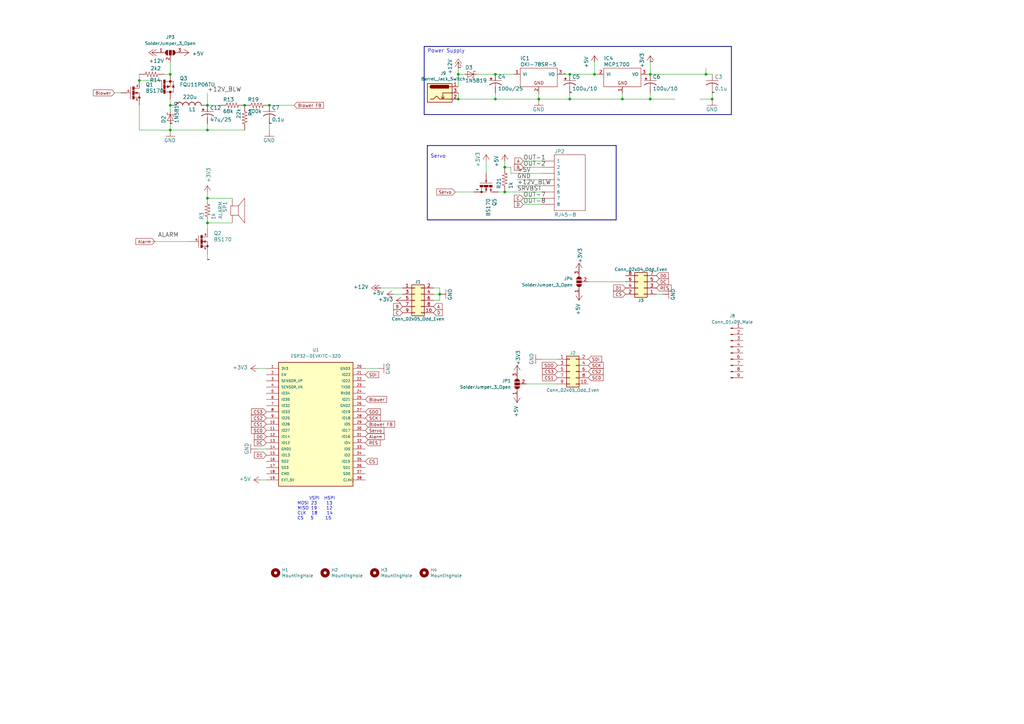
<source format=kicad_sch>
(kicad_sch (version 20211123) (generator eeschema)
  (paper "A3")
  (lib_symbols
    (symbol "Connector:Barrel_Jack_Switch" (pin_names hide)
      (property "Reference" "J" (at 0 5.334 0))
      (property "Value" "Barrel_Jack_Switch" (at 0 -5.08 0))
      (symbol "Barrel_Jack_Switch_0_1"
        (rectangle (start -5.08 3.81) (end 5.08 -3.81) (stroke (width 0.254)) (fill (type background)))
        (arc (start -3.302 3.175) (mid -3.937 2.54) (end -3.302 1.905) (stroke (width 0.254)))
        (arc (start -3.302 3.175) (mid -3.937 2.54) (end -3.302 1.905) (stroke (width 0.254)) (fill (type outline)))
        (polyline (pts (xy 1.27 -2.286) (xy 1.905 -1.651)) (stroke (width 0.254)))
        (polyline (pts (xy 5.08 2.54) (xy 3.81 2.54)) (stroke (width 0.254)))
        (polyline (pts (xy 5.08 0) (xy 1.27 0) (xy 1.27 -2.286) (xy 0.635 -1.651)) (stroke (width 0.254)))
        (polyline (pts (xy -3.81 -2.54) (xy -2.54 -2.54) (xy -1.27 -1.27) (xy 0 -2.54) (xy 2.54 -2.54) (xy 5.08 -2.54)) (stroke (width 0.254)))
        (rectangle (start 3.683 3.175) (end -3.302 1.905) (stroke (width 0.254)) (fill (type outline)))
      )
      (symbol "Barrel_Jack_Switch_1_1"
        (pin passive line (at 7.62 2.54 180) (length 2.54) (name "~") (number "1"))
        (pin passive line (at 7.62 -2.54 180) (length 2.54) (name "~") (number "2"))
        (pin passive line (at 7.62 0 180) (length 2.54) (name "~") (number "3"))
      )
    )
    (symbol "Connector:Conn_01x09_Male" (pin_names (offset 1.016) hide)
      (property "Reference" "J" (at 0 12.7 0))
      (property "Value" "Conn_01x09_Male" (at 0 -12.7 0))
      (symbol "Conn_01x09_Male_1_1"
        (polyline (pts (xy 1.27 -10.16) (xy 0.8636 -10.16)) (stroke (width 0.1524)))
        (polyline (pts (xy 1.27 -7.62) (xy 0.8636 -7.62)) (stroke (width 0.1524)))
        (polyline (pts (xy 1.27 -5.08) (xy 0.8636 -5.08)) (stroke (width 0.1524)))
        (polyline (pts (xy 1.27 -2.54) (xy 0.8636 -2.54)) (stroke (width 0.1524)))
        (polyline (pts (xy 1.27 0) (xy 0.8636 0)) (stroke (width 0.1524)))
        (polyline (pts (xy 1.27 2.54) (xy 0.8636 2.54)) (stroke (width 0.1524)))
        (polyline (pts (xy 1.27 5.08) (xy 0.8636 5.08)) (stroke (width 0.1524)))
        (polyline (pts (xy 1.27 7.62) (xy 0.8636 7.62)) (stroke (width 0.1524)))
        (polyline (pts (xy 1.27 10.16) (xy 0.8636 10.16)) (stroke (width 0.1524)))
        (rectangle (start 0.8636 -10.033) (end 0 -10.287) (stroke (width 0.1524)) (fill (type outline)))
        (rectangle (start 0.8636 -7.493) (end 0 -7.747) (stroke (width 0.1524)) (fill (type outline)))
        (rectangle (start 0.8636 -4.953) (end 0 -5.207) (stroke (width 0.1524)) (fill (type outline)))
        (rectangle (start 0.8636 -2.413) (end 0 -2.667) (stroke (width 0.1524)) (fill (type outline)))
        (rectangle (start 0.8636 0.127) (end 0 -0.127) (stroke (width 0.1524)) (fill (type outline)))
        (rectangle (start 0.8636 2.667) (end 0 2.413) (stroke (width 0.1524)) (fill (type outline)))
        (rectangle (start 0.8636 5.207) (end 0 4.953) (stroke (width 0.1524)) (fill (type outline)))
        (rectangle (start 0.8636 7.747) (end 0 7.493) (stroke (width 0.1524)) (fill (type outline)))
        (rectangle (start 0.8636 10.287) (end 0 10.033) (stroke (width 0.1524)) (fill (type outline)))
        (pin passive line (at 5.08 10.16 180) (length 3.81) (name "Pin_1") (number "1"))
        (pin passive line (at 5.08 7.62 180) (length 3.81) (name "Pin_2") (number "2"))
        (pin passive line (at 5.08 5.08 180) (length 3.81) (name "Pin_3") (number "3"))
        (pin passive line (at 5.08 2.54 180) (length 3.81) (name "Pin_4") (number "4"))
        (pin passive line (at 5.08 0 180) (length 3.81) (name "Pin_5") (number "5"))
        (pin passive line (at 5.08 -2.54 180) (length 3.81) (name "Pin_6") (number "6"))
        (pin passive line (at 5.08 -5.08 180) (length 3.81) (name "Pin_7") (number "7"))
        (pin passive line (at 5.08 -7.62 180) (length 3.81) (name "Pin_8") (number "8"))
        (pin passive line (at 5.08 -10.16 180) (length 3.81) (name "Pin_9") (number "9"))
      )
    )
    (symbol "Connector_Generic:Conn_02x04_Odd_Even" (pin_names (offset 1.016) hide)
      (property "Reference" "J" (at 1.27 5.08 0))
      (property "Value" "Conn_02x04_Odd_Even" (at 1.27 -7.62 0))
      (symbol "Conn_02x04_Odd_Even_1_1"
        (rectangle (start -1.27 -4.953) (end 0 -5.207) (stroke (width 0.1524)))
        (rectangle (start -1.27 -2.413) (end 0 -2.667) (stroke (width 0.1524)))
        (rectangle (start -1.27 0.127) (end 0 -0.127) (stroke (width 0.1524)))
        (rectangle (start -1.27 2.667) (end 0 2.413) (stroke (width 0.1524)))
        (rectangle (start -1.27 3.81) (end 3.81 -6.35) (stroke (width 0.254)) (fill (type background)))
        (rectangle (start 3.81 -4.953) (end 2.54 -5.207) (stroke (width 0.1524)))
        (rectangle (start 3.81 -2.413) (end 2.54 -2.667) (stroke (width 0.1524)))
        (rectangle (start 3.81 0.127) (end 2.54 -0.127) (stroke (width 0.1524)))
        (rectangle (start 3.81 2.667) (end 2.54 2.413) (stroke (width 0.1524)))
        (pin passive line (at -5.08 2.54 0) (length 3.81) (name "Pin_1") (number "1"))
        (pin passive line (at 7.62 2.54 180) (length 3.81) (name "Pin_2") (number "2"))
        (pin passive line (at -5.08 0 0) (length 3.81) (name "Pin_3") (number "3"))
        (pin passive line (at 7.62 0 180) (length 3.81) (name "Pin_4") (number "4"))
        (pin passive line (at -5.08 -2.54 0) (length 3.81) (name "Pin_5") (number "5"))
        (pin passive line (at 7.62 -2.54 180) (length 3.81) (name "Pin_6") (number "6"))
        (pin passive line (at -5.08 -5.08 0) (length 3.81) (name "Pin_7") (number "7"))
        (pin passive line (at 7.62 -5.08 180) (length 3.81) (name "Pin_8") (number "8"))
      )
    )
    (symbol "Connector_Generic:Conn_02x05_Odd_Even" (pin_names (offset 1.016) hide)
      (property "Reference" "J" (at 1.27 7.62 0))
      (property "Value" "Conn_02x05_Odd_Even" (at 1.27 -7.62 0))
      (symbol "Conn_02x05_Odd_Even_1_1"
        (rectangle (start -1.27 -4.953) (end 0 -5.207) (stroke (width 0.1524)))
        (rectangle (start -1.27 -2.413) (end 0 -2.667) (stroke (width 0.1524)))
        (rectangle (start -1.27 0.127) (end 0 -0.127) (stroke (width 0.1524)))
        (rectangle (start -1.27 2.667) (end 0 2.413) (stroke (width 0.1524)))
        (rectangle (start -1.27 5.207) (end 0 4.953) (stroke (width 0.1524)))
        (rectangle (start -1.27 6.35) (end 3.81 -6.35) (stroke (width 0.254)) (fill (type background)))
        (rectangle (start 3.81 -4.953) (end 2.54 -5.207) (stroke (width 0.1524)))
        (rectangle (start 3.81 -2.413) (end 2.54 -2.667) (stroke (width 0.1524)))
        (rectangle (start 3.81 0.127) (end 2.54 -0.127) (stroke (width 0.1524)))
        (rectangle (start 3.81 2.667) (end 2.54 2.413) (stroke (width 0.1524)))
        (rectangle (start 3.81 5.207) (end 2.54 4.953) (stroke (width 0.1524)))
        (pin passive line (at -5.08 5.08 0) (length 3.81) (name "Pin_1") (number "1"))
        (pin passive line (at 7.62 -5.08 180) (length 3.81) (name "Pin_10") (number "10"))
        (pin passive line (at 7.62 5.08 180) (length 3.81) (name "Pin_2") (number "2"))
        (pin passive line (at -5.08 2.54 0) (length 3.81) (name "Pin_3") (number "3"))
        (pin passive line (at 7.62 2.54 180) (length 3.81) (name "Pin_4") (number "4"))
        (pin passive line (at -5.08 0 0) (length 3.81) (name "Pin_5") (number "5"))
        (pin passive line (at 7.62 0 180) (length 3.81) (name "Pin_6") (number "6"))
        (pin passive line (at -5.08 -2.54 0) (length 3.81) (name "Pin_7") (number "7"))
        (pin passive line (at 7.62 -2.54 180) (length 3.81) (name "Pin_8") (number "8"))
        (pin passive line (at -5.08 -5.08 0) (length 3.81) (name "Pin_9") (number "9"))
      )
    )
    (symbol "ESP32-DEVKITC-32D:ESP32-DEVKITC-32D" (pin_names (offset 1.016))
      (property "Reference" "U" (at -15.2654 26.0604 0))
      (property "Value" "ESP32-DEVKITC-32D" (at -15.2654 -27.9654 0))
      (symbol "ESP32-DEVKITC-32D_0_0"
        (rectangle (start -15.24 -25.4) (end 15.24 25.4) (stroke (width 0.254)) (fill (type background)))
        (pin power_in line (at -20.32 22.86 0) (length 5.08) (name "3V3") (number "1"))
        (pin bidirectional line (at -20.32 0 0) (length 5.08) (name "IO26") (number "10"))
        (pin bidirectional line (at -20.32 -2.54 0) (length 5.08) (name "IO27") (number "11"))
        (pin bidirectional line (at -20.32 -5.08 0) (length 5.08) (name "IO14") (number "12"))
        (pin bidirectional line (at -20.32 -7.62 0) (length 5.08) (name "IO12") (number "13"))
        (pin power_in line (at -20.32 -10.16 0) (length 5.08) (name "GND1") (number "14"))
        (pin bidirectional line (at -20.32 -12.7 0) (length 5.08) (name "IO13") (number "15"))
        (pin bidirectional line (at -20.32 -15.24 0) (length 5.08) (name "SD2") (number "16"))
        (pin bidirectional line (at -20.32 -17.78 0) (length 5.08) (name "SD3") (number "17"))
        (pin bidirectional line (at -20.32 -20.32 0) (length 5.08) (name "CMD") (number "18"))
        (pin power_in line (at -20.32 -22.86 0) (length 5.08) (name "EXT_5V") (number "19"))
        (pin input line (at -20.32 20.32 0) (length 5.08) (name "EN") (number "2"))
        (pin power_in line (at 20.32 22.86 180) (length 5.08) (name "GND3") (number "20"))
        (pin bidirectional line (at 20.32 20.32 180) (length 5.08) (name "IO23") (number "21"))
        (pin bidirectional line (at 20.32 17.78 180) (length 5.08) (name "IO22") (number "22"))
        (pin output line (at 20.32 15.24 180) (length 5.08) (name "TXD0") (number "23"))
        (pin input line (at 20.32 12.7 180) (length 5.08) (name "RXD0") (number "24"))
        (pin bidirectional line (at 20.32 10.16 180) (length 5.08) (name "IO21") (number "25"))
        (pin power_in line (at 20.32 7.62 180) (length 5.08) (name "GND2") (number "26"))
        (pin bidirectional line (at 20.32 5.08 180) (length 5.08) (name "IO19") (number "27"))
        (pin bidirectional line (at 20.32 2.54 180) (length 5.08) (name "IO18") (number "28"))
        (pin bidirectional line (at 20.32 0 180) (length 5.08) (name "IO5") (number "29"))
        (pin input line (at -20.32 17.78 0) (length 5.08) (name "SENSOR_VP") (number "3"))
        (pin bidirectional line (at 20.32 -2.54 180) (length 5.08) (name "IO17") (number "30"))
        (pin bidirectional line (at 20.32 -5.08 180) (length 5.08) (name "IO16") (number "31"))
        (pin bidirectional line (at 20.32 -7.62 180) (length 5.08) (name "IO4") (number "32"))
        (pin bidirectional line (at 20.32 -10.16 180) (length 5.08) (name "IO0") (number "33"))
        (pin bidirectional line (at 20.32 -12.7 180) (length 5.08) (name "IO2") (number "34"))
        (pin bidirectional line (at 20.32 -15.24 180) (length 5.08) (name "IO15") (number "35"))
        (pin bidirectional line (at 20.32 -17.78 180) (length 5.08) (name "SD1") (number "36"))
        (pin bidirectional line (at 20.32 -20.32 180) (length 5.08) (name "SD0") (number "37"))
        (pin input clock (at 20.32 -22.86 180) (length 5.08) (name "CLK") (number "38"))
        (pin input line (at -20.32 15.24 0) (length 5.08) (name "SENSOR_VN") (number "4"))
        (pin bidirectional line (at -20.32 12.7 0) (length 5.08) (name "IO34") (number "5"))
        (pin bidirectional line (at -20.32 10.16 0) (length 5.08) (name "IO35") (number "6"))
        (pin bidirectional line (at -20.32 7.62 0) (length 5.08) (name "IO32") (number "7"))
        (pin bidirectional line (at -20.32 5.08 0) (length 5.08) (name "IO33") (number "8"))
        (pin bidirectional line (at -20.32 2.54 0) (length 5.08) (name "IO25") (number "9"))
      )
    )
    (symbol "HeaterMeterPI-eagle-import:+12V" (power) (pin_names (offset 1.016))
      (property "Value" "+12V" (at -2.54 -5.08 90))
      (symbol "+12V_1_0"
        (polyline (pts (xy 0 0) (xy -1.27 -1.905)))
        (polyline (pts (xy 0 1.27) (xy -1.27 -0.635)))
        (polyline (pts (xy 1.27 -1.905) (xy 0 0)))
        (polyline (pts (xy 1.27 -0.635) (xy 0 1.27)))
        (pin power_in line (at 0 -2.54 90) (length 2.54) (name "+12V") (number "1"))
      )
    )
    (symbol "HeaterMeterPI-eagle-import:+3V3" (power) (pin_names (offset 1.016))
      (property "Value" "+3V3" (at -2.54 -5.08 90))
      (symbol "+3V3_1_0"
        (polyline (pts (xy 0 0) (xy -1.27 -1.905)))
        (polyline (pts (xy 1.27 -1.905) (xy 0 0)))
        (pin power_in line (at 0 -2.54 90) (length 2.54) (name "+3V3") (number "1"))
      )
    )
    (symbol "HeaterMeterPI-eagle-import:+5V" (power) (pin_names (offset 1.016))
      (property "Value" "+5V" (at -2.54 -5.08 90))
      (symbol "+5V_1_0"
        (polyline (pts (xy 0 0) (xy -1.27 -1.905)))
        (polyline (pts (xy 1.27 -1.905) (xy 0 0)))
        (pin power_in line (at 0 -2.54 90) (length 2.54) (name "+5V") (number "1"))
      )
    )
    (symbol "HeaterMeterPI-eagle-import:1N5819" (pin_names (offset 1.016))
      (property "Value" "1N5819" (at -2.286 -3.429 0))
      (symbol "1N5819_1_0"
        (polyline (pts (xy -1.27 -1.27) (xy 1.27 0)))
        (polyline (pts (xy -1.27 1.27) (xy -1.27 -1.27)))
        (polyline (pts (xy 0.635 -1.016) (xy 0.635 -1.27)))
        (polyline (pts (xy 1.27 -1.27) (xy 0.635 -1.27)))
        (polyline (pts (xy 1.27 0) (xy -1.27 1.27)))
        (polyline (pts (xy 1.27 0) (xy 1.27 -1.27)))
        (polyline (pts (xy 1.27 1.27) (xy 1.27 0)))
        (polyline (pts (xy 1.905 1.27) (xy 1.27 1.27)))
        (polyline (pts (xy 1.905 1.27) (xy 1.905 1.016)))
        (pin passive line (at -2.54 0 0) (length 2.54) (name "A") (number "A"))
        (pin passive line (at 2.54 0 180) (length 2.54) (name "C") (number "C"))
      )
    )
    (symbol "HeaterMeterPI-eagle-import:BS170" (pin_names (offset 1.016))
      (property "Reference" "Q" (at 5.08 2.54 0))
      (property "Value" "BS170" (at 5.08 0 0))
      (symbol "BS170_1_0"
        (rectangle (start -0.254 -2.54) (end 0.508 -1.27) (fill (type outline)))
        (rectangle (start -0.254 -0.889) (end 0.508 0.889) (fill (type outline)))
        (rectangle (start -0.254 1.27) (end 0.508 2.54) (fill (type outline)))
        (polyline (pts (xy -1.1176 0) (xy -2.54 0)))
        (polyline (pts (xy -1.1176 0) (xy -1.1176 -2.54)))
        (polyline (pts (xy -1.1176 2.413) (xy -1.1176 0)))
        (polyline (pts (xy 0.508 -1.905) (xy 2.54 -1.905)))
        (polyline (pts (xy 0.508 0) (xy 1.143 0)))
        (polyline (pts (xy 0.508 0) (xy 1.778 0.381)))
        (polyline (pts (xy 1.143 0) (xy 1.651 -0.127)))
        (polyline (pts (xy 1.143 0) (xy 2.54 0)))
        (polyline (pts (xy 1.651 0.127) (xy 1.143 0)))
        (polyline (pts (xy 1.778 -0.381) (xy 0.508 0)))
        (polyline (pts (xy 1.778 0.381) (xy 1.778 -0.381)))
        (polyline (pts (xy 2.54 -1.905) (xy 2.54 -2.54)))
        (polyline (pts (xy 2.54 0) (xy 2.54 -1.905)))
        (polyline (pts (xy 2.54 1.905) (xy 0.5334 1.905)))
        (polyline (pts (xy 2.54 2.54) (xy 2.54 1.905)))
        (circle (center 2.54 -1.905) (radius 0.254) (stroke (width 0.4064)))
        (text "D" (at 1.27 2.413 0) (effects (font (size 0.6858 0.6858)) (justify left bottom)))
        (text "G" (at -2.413 0.381 0) (effects (font (size 0.6858 0.6858)) (justify left bottom)))
        (text "S" (at 1.143 -3.175 0) (effects (font (size 0.6858 0.6858)) (justify left bottom)))
        (pin passive line (at 2.54 5.08 270) (length 2.54) (name "D") (number "D"))
        (pin passive line (at -5.08 0 0) (length 2.54) (name "G") (number "G"))
        (pin passive line (at 2.54 -5.08 90) (length 2.54) (name "S") (number "S"))
      )
    )
    (symbol "HeaterMeterPI-eagle-import:C-US025-025X050" (pin_names (offset 1.016))
      (property "Reference" "C" (at 1.016 0.635 0))
      (property "Value" "C-US025-025X050" (at 1.016 -4.191 0))
      (symbol "C-US025-025X050_1_0"
        (arc (start 0 -1.016) (mid -1.2956 -1.2294) (end -2.4638 -1.8288) (stroke (width 0.254)))
        (polyline (pts (xy -2.54 0) (xy 2.54 0)))
        (polyline (pts (xy 0 -1.016) (xy 0 -2.54)))
        (arc (start 2.4892 -1.8542) (mid 1.3164 -1.2156) (end 0 -0.9906) (stroke (width 0.254)))
        (pin passive line (at 0 2.54 270) (length 2.54) (name "1") (number "1"))
        (pin passive line (at 0 -5.08 90) (length 2.54) (name "2") (number "2"))
      )
    )
    (symbol "HeaterMeterPI-eagle-import:CPOL-USE2.5-5" (pin_names (offset 1.016))
      (property "Reference" "C" (at 1.016 0.635 0))
      (property "Value" "CPOL-USE2.5-5" (at 1.016 -4.191 0))
      (symbol "CPOL-USE2.5-5_1_0"
        (rectangle (start -2.2352 0.6604) (end -1.3462 0.7874) (fill (type outline)))
        (rectangle (start -1.8542 0.2794) (end -1.7272 1.1684) (fill (type outline)))
        (arc (start 0 -1.016) (mid -1.2956 -1.2294) (end -2.4638 -1.8288) (stroke (width 0.254)))
        (polyline (pts (xy -2.54 0) (xy 2.54 0)))
        (polyline (pts (xy 0 -1.016) (xy 0 -2.54)))
        (arc (start 2.4892 -1.8542) (mid 1.3164 -1.2156) (end 0 -0.9906) (stroke (width 0.254)))
        (pin passive line (at 0 2.54 270) (length 2.54) (name "+") (number "+"))
        (pin passive line (at 0 -5.08 90) (length 2.54) (name "-") (number "-"))
      )
    )
    (symbol "HeaterMeterPI-eagle-import:CPOL-USE2.5-6" (pin_names (offset 1.016))
      (property "Reference" "C" (at 1.016 0.635 0))
      (property "Value" "CPOL-USE2.5-6" (at 1.016 -4.191 0))
      (symbol "CPOL-USE2.5-6_1_0"
        (rectangle (start -2.2352 0.6604) (end -1.3462 0.7874) (fill (type outline)))
        (rectangle (start -1.8542 0.2794) (end -1.7272 1.1684) (fill (type outline)))
        (arc (start 0 -1.016) (mid -1.2956 -1.2294) (end -2.4638 -1.8288) (stroke (width 0.254)))
        (polyline (pts (xy -2.54 0) (xy 2.54 0)))
        (polyline (pts (xy 0 -1.016) (xy 0 -2.54)))
        (arc (start 2.4892 -1.8542) (mid 1.3164 -1.2156) (end 0 -0.9906) (stroke (width 0.254)))
        (pin passive line (at 0 2.54 270) (length 2.54) (name "+") (number "+"))
        (pin passive line (at 0 -5.08 90) (length 2.54) (name "-") (number "-"))
      )
    )
    (symbol "HeaterMeterPI-eagle-import:GND" (power) (pin_names (offset 1.016))
      (property "Value" "GND" (at -2.54 -2.54 0))
      (symbol "GND_1_0"
        (polyline (pts (xy -1.905 0) (xy 1.905 0)))
        (pin power_in line (at 0 2.54 270) (length 2.54) (name "GND") (number "1"))
      )
    )
    (symbol "HeaterMeterPI-eagle-import:INDUCTOR9MM" (pin_names (offset 1.016))
      (property "Reference" "L" (at -5.08 2.54 0))
      (property "Value" "INDUCTOR9MM" (at -5.08 -2.54 0))
      (symbol "INDUCTOR9MM_1_0"
        (arc (start -3.81 1.27) (mid -4.708 0.898) (end -5.08 0) (stroke (width 0.254)))
        (arc (start -2.54 0) (mid -2.912 0.898) (end -3.81 1.27) (stroke (width 0.254)))
        (arc (start -1.27 1.27) (mid -2.168 0.898) (end -2.54 0) (stroke (width 0.254)))
        (arc (start 0 0) (mid -0.372 0.898) (end -1.27 1.27) (stroke (width 0.254)))
        (arc (start 1.27 1.27) (mid 0.372 0.898) (end 0 0) (stroke (width 0.254)))
        (arc (start 2.54 0) (mid 2.168 0.898) (end 1.27 1.27) (stroke (width 0.254)))
        (arc (start 3.81 1.27) (mid 2.912 0.898) (end 2.54 0) (stroke (width 0.254)))
        (arc (start 5.08 0) (mid 4.708 0.898) (end 3.81 1.27) (stroke (width 0.254)))
        (pin passive line (at 7.62 0 180) (length 2.54) (name "2") (number "NEG"))
        (pin passive line (at -7.62 0 0) (length 2.54) (name "1") (number "POS"))
      )
    )
    (symbol "HeaterMeterPI-eagle-import:MCP1700" (pin_names (offset 1.016))
      (property "Reference" "IC" (at -7.62 5.715 0))
      (property "Value" "MCP1700" (at -7.62 3.175 0))
      (symbol "MCP1700_1_0"
        (polyline (pts (xy -7.62 -5.08) (xy 7.62 -5.08)))
        (polyline (pts (xy -7.62 2.54) (xy -7.62 -5.08)))
        (polyline (pts (xy 7.62 -5.08) (xy 7.62 2.54)))
        (polyline (pts (xy 7.62 2.54) (xy -7.62 2.54)))
        (text "GND" (at -2.032 -4.318 0) (effects (font (size 1.2954 1.2954)) (justify left bottom)))
        (pin passive line (at 0 -7.62 90) (length 2.54) (name "GND") (number "1"))
        (pin input line (at -10.16 0 0) (length 2.54) (name "VI") (number "2"))
        (pin passive line (at 10.16 0 180) (length 2.54) (name "VO") (number "3"))
      )
    )
    (symbol "HeaterMeterPI-eagle-import:MOSFET-P" (pin_names (offset 1.016))
      (property "Value" "MOSFET-P" (at 6.35 0 0))
      (symbol "MOSFET-P_1_0"
        (rectangle (start -0.254 -2.794) (end 0.508 -1.27) (fill (type outline)))
        (rectangle (start -0.254 -0.889) (end 0.508 0.889) (fill (type outline)))
        (rectangle (start -0.254 1.27) (end 0.508 2.794) (fill (type outline)))
        (polyline (pts (xy -1.016 -2.54) (xy -1.016 2.54)))
        (polyline (pts (xy -1.016 2.54) (xy -2.54 2.54)))
        (polyline (pts (xy 0.381 0) (xy 2.54 0)))
        (polyline (pts (xy 0.508 -2.159) (xy 2.54 -2.159)))
        (polyline (pts (xy 2.54 -2.159) (xy 2.54 -2.54)))
        (polyline (pts (xy 2.54 0) (xy 2.54 2.159)))
        (polyline (pts (xy 2.54 2.159) (xy 0.5334 2.159)))
        (polyline (pts (xy 2.54 2.54) (xy 2.54 2.159)))
        (polyline (pts (xy 3.302 0.508) (xy 3.81 0.508)))
        (polyline (pts (xy 3.81 -2.159) (xy 2.54 -2.159)))
        (polyline (pts (xy 3.81 -2.159) (xy 3.81 -0.127)))
        (polyline (pts (xy 3.81 0.508) (xy 3.81 2.159)))
        (polyline (pts (xy 3.81 0.508) (xy 4.318 0.508)))
        (polyline (pts (xy 3.81 2.159) (xy 2.54 2.159)))
        (polyline (pts (xy 2.54 0) (xy 1.27 0.508) (xy 1.27 -0.508)) (fill (type outline)))
        (polyline (pts (xy 3.81 0.508) (xy 3.302 -0.254) (xy 4.318 -0.254)) (fill (type outline)))
        (circle (center 2.54 -2.159) (radius 0.127) (stroke (width 0.4064)))
        (circle (center 2.54 2.159) (radius 0.127) (stroke (width 0.4064)))
        (pin passive line (at -2.54 2.54 0) (length 0) (name "G") (number "1"))
        (pin passive line (at 2.54 -5.08 90) (length 2.54) (name "D") (number "2@1"))
        (pin passive line (at 2.54 -5.08 90) (length 2.54) (name "D") (number "2@2"))
        (pin passive line (at 2.54 5.08 270) (length 2.54) (name "S") (number "3"))
      )
    )
    (symbol "HeaterMeterPI-eagle-import:OKI-78SR-H" (pin_names (offset 1.016))
      (property "Reference" "IC" (at -7.62 5.715 0))
      (property "Value" "OKI-78SR-H" (at -7.62 3.175 0))
      (symbol "OKI-78SR-H_1_0"
        (polyline (pts (xy -7.62 -5.08) (xy 7.62 -5.08)))
        (polyline (pts (xy -7.62 2.54) (xy -7.62 -5.08)))
        (polyline (pts (xy 7.62 -5.08) (xy 7.62 2.54)))
        (polyline (pts (xy 7.62 2.54) (xy -7.62 2.54)))
        (text "GND" (at -2.032 -4.318 0) (effects (font (size 1.2954 1.2954)) (justify left bottom)))
        (pin input line (at -10.16 0 0) (length 2.54) (name "VI") (number "1"))
        (pin passive line (at 0 -7.62 90) (length 2.54) (name "GND") (number "2"))
        (pin passive line (at 10.16 0 180) (length 2.54) (name "VO") (number "3"))
      )
    )
    (symbol "HeaterMeterPI-eagle-import:R-US_0204_7" (pin_names (offset 1.016))
      (property "Reference" "R" (at -3.81 1.4986 0))
      (property "Value" "R-US_0204_7" (at -3.81 -3.302 0))
      (symbol "R-US_0204_7_1_0"
        (polyline (pts (xy -2.54 0) (xy -2.159 1.016)))
        (polyline (pts (xy -2.159 1.016) (xy -1.524 -1.016)))
        (polyline (pts (xy -1.524 -1.016) (xy -0.889 1.016)))
        (polyline (pts (xy -0.889 1.016) (xy -0.254 -1.016)))
        (polyline (pts (xy -0.254 -1.016) (xy 0.381 1.016)))
        (polyline (pts (xy 0.381 1.016) (xy 1.016 -1.016)))
        (polyline (pts (xy 1.016 -1.016) (xy 1.651 1.016)))
        (polyline (pts (xy 1.651 1.016) (xy 2.286 -1.016)))
        (polyline (pts (xy 2.286 -1.016) (xy 2.54 0)))
        (pin passive line (at -5.08 0 0) (length 2.54) (name "1") (number "1"))
        (pin passive line (at 5.08 0 180) (length 2.54) (name "2") (number "2"))
      )
    )
    (symbol "HeaterMeterPI-eagle-import:RJ45-8" (pin_names (offset 1.016))
      (property "Value" "RJ45-8" (at -5.08 -15.24 0))
      (symbol "RJ45-8_1_0"
        (polyline (pts (xy -5.08 -12.7) (xy 7.62 -12.7)))
        (polyline (pts (xy -5.08 10.16) (xy -5.08 -12.7)))
        (polyline (pts (xy 7.62 -12.7) (xy 7.62 10.16)))
        (polyline (pts (xy 7.62 10.16) (xy -5.08 10.16)))
        (pin bidirectional line (at -10.16 7.62 0) (length 5.08) (name "1") (number "1"))
        (pin bidirectional line (at -10.16 5.08 0) (length 5.08) (name "2") (number "2"))
        (pin bidirectional line (at -10.16 2.54 0) (length 5.08) (name "3") (number "3"))
        (pin bidirectional line (at -10.16 0 0) (length 5.08) (name "4") (number "4"))
        (pin bidirectional line (at -10.16 -2.54 0) (length 5.08) (name "5") (number "5"))
        (pin bidirectional line (at -10.16 -5.08 0) (length 5.08) (name "6") (number "6"))
        (pin bidirectional line (at -10.16 -7.62 0) (length 5.08) (name "7") (number "7"))
        (pin bidirectional line (at -10.16 -10.16 0) (length 5.08) (name "8") (number "8"))
      )
    )
    (symbol "HeaterMeterPI-eagle-import:SPEAKER_AL11P" (pin_names (offset 1.016))
      (property "Reference" "SP" (at -3.81 6.35 0))
      (property "Value" "SPEAKER_AL11P" (at -3.81 -3.175 0))
      (symbol "SPEAKER_AL11P_1_0"
        (polyline (pts (xy -2.54 0) (xy -1.905 0)))
        (polyline (pts (xy -1.905 -0.635) (xy -1.905 0)))
        (polyline (pts (xy -1.905 -0.635) (xy 1.905 -0.635)))
        (polyline (pts (xy -1.905 0) (xy -1.905 2.54)))
        (polyline (pts (xy -1.905 2.54) (xy -5.08 5.08)))
        (polyline (pts (xy 1.905 -0.635) (xy 1.905 0)))
        (polyline (pts (xy 1.905 0) (xy 1.905 2.54)))
        (polyline (pts (xy 1.905 2.54) (xy -1.905 2.54)))
        (polyline (pts (xy 1.905 2.54) (xy 5.08 5.08)))
        (polyline (pts (xy 2.54 0) (xy 1.905 0)))
        (polyline (pts (xy 5.08 5.08) (xy -5.08 5.08)))
        (pin passive line (at -5.08 0 0) (length 2.54) (name "+") (number "+"))
        (pin passive line (at 5.08 0 180) (length 2.54) (name "-") (number "-"))
      )
    )
    (symbol "Jumper:SolderJumper_3_Open" (pin_names (offset 0) hide)
      (property "Reference" "JP" (at -2.54 -2.54 0))
      (property "Value" "SolderJumper_3_Open" (at 0 2.794 0))
      (symbol "SolderJumper_3_Open_0_1"
        (arc (start -1.016 1.016) (mid -2.032 0) (end -1.016 -1.016))
        (arc (start -1.016 1.016) (mid -2.032 0) (end -1.016 -1.016) (fill (type outline)))
        (rectangle (start -0.508 1.016) (end 0.508 -1.016) (fill (type outline)))
        (polyline (pts (xy -2.54 0) (xy -2.032 0)))
        (polyline (pts (xy -1.016 1.016) (xy -1.016 -1.016)))
        (polyline (pts (xy 0 -1.27) (xy 0 -1.016)))
        (polyline (pts (xy 1.016 1.016) (xy 1.016 -1.016)))
        (polyline (pts (xy 2.54 0) (xy 2.032 0)))
        (arc (start 1.016 -1.016) (mid 2.032 0) (end 1.016 1.016))
        (arc (start 1.016 -1.016) (mid 2.032 0) (end 1.016 1.016) (fill (type outline)))
      )
      (symbol "SolderJumper_3_Open_1_1"
        (pin passive line (at -5.08 0 0) (length 2.54) (name "A") (number "1"))
        (pin input line (at 0 -3.81 90) (length 2.54) (name "C") (number "2"))
        (pin passive line (at 5.08 0 180) (length 2.54) (name "B") (number "3"))
      )
    )
    (symbol "Mechanical:MountingHole" (pin_names (offset 1.016))
      (property "Reference" "H" (at 0 5.08 0))
      (property "Value" "MountingHole" (at 0 3.175 0))
      (symbol "MountingHole_0_1"
        (circle (center 0 0) (radius 1.27) (stroke (width 1.27)))
      )
    )
  )
  (junction (at 233.68 30.48))
  (junction (at 203.2 30.48))
  (junction (at 85.09 53.34))
  (junction (at 233.68 40.64))
  (junction (at 207.01 68.58))
  (junction (at 266.7 40.64))
  (junction (at 180.34 120.65))
  (junction (at 255.27 40.64))
  (junction (at 207.01 78.74))
  (junction (at 100.33 43.18))
  (junction (at 110.49 43.18))
  (junction (at 69.85 53.34))
  (junction (at 243.84 30.48))
  (junction (at 289.56 30.48))
  (junction (at 85.09 43.18))
  (junction (at 57.15 33.02))
  (junction (at 85.09 91.44))
  (junction (at 69.85 30.48))
  (junction (at 266.7 30.48))
  (junction (at 187.96 30.48))
  (junction (at 220.98 40.64))
  (junction (at 69.85 43.18))
  (junction (at 292.1 40.64))
  (junction (at 85.09 81.28))
  (junction (at 187.96 40.64))
  (junction (at 203.2 40.64))
  (wire (pts (xy 222.25 68.58) (xy 214.63 68.58)))
  (wire (pts (xy 69.85 53.34) (xy 85.09 53.34)))
  (wire (pts (xy 106.68 196.85) (xy 109.22 196.85)))
  (wire (pts (xy 222.25 83.82) (xy 214.63 83.82)))
  (wire (pts (xy 220.98 40.64) (xy 233.68 40.64)))
  (wire (pts (xy 85.09 91.44) (xy 85.09 93.98)))
  (wire (pts (xy 222.25 71.12) (xy 209.55 71.12)))
  (wire (pts (xy 243.84 30.48) (xy 245.11 30.48)))
  (bus (pts (xy 173.99 46.99) (xy 299.974 46.99)))
  (wire (pts (xy 222.25 76.2) (xy 212.09 76.2)))
  (wire (pts (xy 62.23 99.06) (xy 77.47 99.06)))
  (wire (pts (xy 69.85 50.8) (xy 69.85 53.34)))
  (wire (pts (xy 105.41 151.13) (xy 109.22 151.13)))
  (bus (pts (xy 252.73 59.69) (xy 252.73 90.17)))
  (wire (pts (xy 289.56 27.94) (xy 289.56 30.48)))
  (wire (pts (xy 292.1 40.64) (xy 287.02 40.64)))
  (bus (pts (xy 299.974 19.05) (xy 173.99 19.05)))
  (wire (pts (xy 95.25 91.44) (xy 85.09 91.44)))
  (wire (pts (xy 85.09 106.68) (xy 85.09 104.14)))
  (wire (pts (xy 156.21 118.11) (xy 165.1 118.11)))
  (wire (pts (xy 85.09 78.74) (xy 85.09 81.28)))
  (bus (pts (xy 252.73 59.69) (xy 175.26 59.69)))
  (wire (pts (xy 177.8 120.65) (xy 180.34 120.65)))
  (bus (pts (xy 175.26 90.17) (xy 252.73 90.17)))
  (wire (pts (xy 203.2 40.64) (xy 220.98 40.64)))
  (wire (pts (xy 110.49 50.8) (xy 110.49 53.34)))
  (wire (pts (xy 292.1 38.1) (xy 292.1 40.64)))
  (wire (pts (xy 266.7 30.48) (xy 289.56 30.48)))
  (wire (pts (xy 204.47 78.74) (xy 207.01 78.74)))
  (wire (pts (xy 85.09 53.34) (xy 100.33 53.34)))
  (wire (pts (xy 161.29 120.65) (xy 165.1 120.65)))
  (wire (pts (xy 69.85 25.4) (xy 69.85 30.48)))
  (wire (pts (xy 289.56 30.48) (xy 292.1 30.48)))
  (wire (pts (xy 266.7 40.64) (xy 266.7 38.1)))
  (wire (pts (xy 69.85 43.18) (xy 69.85 45.72)))
  (wire (pts (xy 187.96 30.48) (xy 190.5 30.48)))
  (wire (pts (xy 203.2 30.48) (xy 210.82 30.48)))
  (wire (pts (xy 57.15 53.34) (xy 57.15 43.18)))
  (wire (pts (xy 187.96 27.94) (xy 187.96 30.48)))
  (wire (pts (xy 180.34 120.65) (xy 180.34 118.11)))
  (wire (pts (xy 255.27 40.64) (xy 266.7 40.64)))
  (wire (pts (xy 149.86 151.13) (xy 154.94 151.13)))
  (wire (pts (xy 266.7 25.4) (xy 266.7 30.48)))
  (wire (pts (xy 233.68 30.48) (xy 243.84 30.48)))
  (wire (pts (xy 180.34 123.19) (xy 180.34 120.65)))
  (wire (pts (xy 222.25 66.04) (xy 214.63 66.04)))
  (wire (pts (xy 69.85 40.64) (xy 69.85 43.18)))
  (wire (pts (xy 180.34 118.11) (xy 177.8 118.11)))
  (wire (pts (xy 187.96 30.48) (xy 187.96 35.56)))
  (wire (pts (xy 187.96 40.64) (xy 203.2 40.64)))
  (wire (pts (xy 207.01 66.04) (xy 207.01 68.58)))
  (wire (pts (xy 207.01 68.58) (xy 209.55 68.58)))
  (wire (pts (xy 209.55 68.58) (xy 209.55 71.12)))
  (wire (pts (xy 222.25 81.28) (xy 214.63 81.28)))
  (wire (pts (xy 195.58 30.48) (xy 203.2 30.48)))
  (wire (pts (xy 231.14 30.48) (xy 233.68 30.48)))
  (wire (pts (xy 215.9 157.48) (xy 228.6 157.48)))
  (wire (pts (xy 233.68 40.64) (xy 255.27 40.64)))
  (wire (pts (xy 222.25 73.66) (xy 212.09 73.66)))
  (wire (pts (xy 203.2 38.1) (xy 203.2 40.64)))
  (wire (pts (xy 187.96 40.64) (xy 187.96 38.1)))
  (wire (pts (xy 85.09 81.28) (xy 95.25 81.28)))
  (wire (pts (xy 233.68 38.1) (xy 233.68 40.64)))
  (wire (pts (xy 207.01 78.74) (xy 222.25 78.74)))
  (wire (pts (xy 271.78 120.65) (xy 269.24 120.65)))
  (wire (pts (xy 105.41 184.15) (xy 109.22 184.15)))
  (wire (pts (xy 85.09 43.18) (xy 90.17 43.18)))
  (wire (pts (xy 194.31 78.74) (xy 186.69 78.74)))
  (wire (pts (xy 57.15 33.02) (xy 57.15 30.48)))
  (bus (pts (xy 175.26 59.69) (xy 175.26 90.17)))
  (wire (pts (xy 49.53 38.1) (xy 46.99 38.1)))
  (wire (pts (xy 265.43 30.48) (xy 266.7 30.48)))
  (wire (pts (xy 85.09 43.18) (xy 85.09 38.1)))
  (wire (pts (xy 69.85 30.48) (xy 67.31 30.48)))
  (wire (pts (xy 243.84 25.4) (xy 243.84 30.48)))
  (bus (pts (xy 299.974 46.99) (xy 299.974 19.05)))
  (wire (pts (xy 110.49 43.18) (xy 120.65 43.18)))
  (wire (pts (xy 64.77 33.02) (xy 57.15 33.02)))
  (wire (pts (xy 85.09 50.8) (xy 85.09 53.34)))
  (wire (pts (xy 222.25 147.32) (xy 228.6 147.32)))
  (bus (pts (xy 173.99 19.05) (xy 173.99 46.99)))
  (wire (pts (xy 220.98 38.1) (xy 220.98 40.64)))
  (wire (pts (xy 241.3 115.57) (xy 256.54 115.57)))
  (wire (pts (xy 266.7 40.64) (xy 276.86 40.64)))
  (wire (pts (xy 177.8 123.19) (xy 180.34 123.19)))
  (wire (pts (xy 69.85 53.34) (xy 57.15 53.34)))
  (wire (pts (xy 255.27 38.1) (xy 255.27 40.64)))
  (wire (pts (xy 199.39 71.12) (xy 199.39 66.04)))
  (text "Power Supply" (at 175.26 21.844 0) (effects (font (size 1.4986 1.4986)) (justify left bottom)))
  (text "Servo" (at 176.53 65.024 0) (effects (font (size 1.4986 1.4986)) (justify left bottom)))
  (text "     VSPI  HSPI\nMOSI 23    13\nMISO 19    12\nCLK	 18    14\nCS   5     15" (at 121.92 213.36 0) (effects (font (size 1.27 1.27)) (justify left bottom)))
  (label "OUT-8" (at 214.63 83.82 0) (effects (font (size 1.778 1.778))))
  (label "+12V_BLW" (at 212.09 76.2 0) (effects (font (size 1.778 1.778))))
  (label "OUT-2" (at 214.63 68.58 0) (effects (font (size 1.778 1.778))))
  (label "GND" (at 85.09 106.68 0) (effects (font (size 0.254 0.254))))
  (label "+12V_BLW" (at 85.09 38.1 0) (effects (font (size 1.778 1.778))))
  (label "+3V3" (at 266.7 25.4 0) (effects (font (size 0.254 0.254))))
  (label "+5V" (at 212.09 71.12 0) (effects (font (size 1.778 1.778))))
  (label "ALARM" (at 64.77 97.79 0) (effects (font (size 1.778 1.778))))
  (label "GND" (at 292.1 38.1 0) (effects (font (size 0.254 0.254))))
  (label "GND" (at 212.09 73.66 0) (effects (font (size 1.778 1.778))))
  (label "+5V" (at 231.14 30.48 0) (effects (font (size 0.254 0.254))))
  (label "GND" (at 69.85 50.8 0) (effects (font (size 0.254 0.254))))
  (label "GND" (at 110.49 50.8 0) (effects (font (size 0.254 0.254))))
  (label "SRVBST" (at 212.09 78.74 0) (effects (font (size 1.778 1.778))))
  (label "OUT-1" (at 214.63 66.04 0) (effects (font (size 1.778 1.778))))
  (label "+12V" (at 187.96 27.94 0) (effects (font (size 0.254 0.254))))
  (label "OUT-7" (at 214.63 81.28 0) (effects (font (size 1.778 1.778))))
  (label "GND" (at 233.68 38.1 0) (effects (font (size 0.254 0.254))))
  (global_label "A" (shape input) (at 177.8 125.73 0) (property "Intersheet References" "${INTERSHEET_REFS}" (effects hide)))
  (global_label "CS1" (shape input) (at 109.22 173.99 180) (property "Intersheet References" "${INTERSHEET_REFS}" (effects hide)))
  (global_label "D" (shape input) (at 214.63 83.82 180) (property "Intersheet References" "${INTERSHEET_REFS}" (effects hide)))
  (global_label "CS3" (shape input) (at 228.6 152.4 180) (property "Intersheet References" "${INTERSHEET_REFS}" (effects hide)))
  (global_label "RES" (shape input) (at 149.86 181.61 0) (property "Intersheet References" "${INTERSHEET_REFS}" (effects hide)))
  (global_label "D" (shape input) (at 177.8 128.27 0) (property "Intersheet References" "${INTERSHEET_REFS}" (effects hide)))
  (global_label "Blower FB" (shape input) (at 120.65 43.18 0) (property "Intersheet References" "${INTERSHEET_REFS}" (effects hide)))
  (global_label "Servo" (shape input) (at 149.86 176.53 0) (property "Intersheet References" "${INTERSHEET_REFS}" (effects hide)))
  (global_label "C" (shape input) (at 214.63 81.28 180) (property "Intersheet References" "${INTERSHEET_REFS}" (effects hide)))
  (global_label "CS2" (shape input) (at 241.3 152.4 0) (property "Intersheet References" "${INTERSHEET_REFS}" (effects hide)))
  (global_label "D0" (shape input) (at 269.24 113.03 0) (property "Intersheet References" "${INTERSHEET_REFS}" (effects hide)))
  (global_label "SDO" (shape input) (at 149.86 168.91 0) (property "Intersheet References" "${INTERSHEET_REFS}" (effects hide)))
  (global_label "SDI" (shape input) (at 241.3 147.32 0) (property "Intersheet References" "${INTERSHEET_REFS}" (effects hide)))
  (global_label "Blower" (shape input) (at 149.86 163.83 0) (property "Intersheet References" "${INTERSHEET_REFS}" (effects hide)))
  (global_label "D1" (shape input) (at 109.22 186.69 180) (property "Intersheet References" "${INTERSHEET_REFS}" (effects hide)))
  (global_label "A" (shape input) (at 214.63 66.04 180) (property "Intersheet References" "${INTERSHEET_REFS}" (effects hide)))
  (global_label "CS2" (shape input) (at 109.22 171.45 180) (property "Intersheet References" "${INTERSHEET_REFS}" (effects hide)))
  (global_label "RES" (shape input) (at 269.24 118.11 0) (property "Intersheet References" "${INTERSHEET_REFS}" (effects hide)))
  (global_label "Blower FB" (shape input) (at 149.86 173.99 0) (property "Intersheet References" "${INTERSHEET_REFS}" (effects hide)))
  (global_label "CS" (shape input) (at 256.54 120.65 180) (property "Intersheet References" "${INTERSHEET_REFS}" (effects hide)))
  (global_label "SCK" (shape input) (at 241.3 149.86 0) (property "Intersheet References" "${INTERSHEET_REFS}" (effects hide)))
  (global_label "D1" (shape input) (at 256.54 118.11 180) (property "Intersheet References" "${INTERSHEET_REFS}" (effects hide)))
  (global_label "D0" (shape input) (at 109.22 179.07 180) (property "Intersheet References" "${INTERSHEET_REFS}" (effects hide)))
  (global_label "SDI" (shape input) (at 149.86 153.67 0) (property "Intersheet References" "${INTERSHEET_REFS}" (effects hide)))
  (global_label "Blower" (shape input) (at 46.99 38.1 180) (property "Intersheet References" "${INTERSHEET_REFS}" (effects hide)))
  (global_label "SC0" (shape input) (at 241.3 154.94 0) (property "Intersheet References" "${INTERSHEET_REFS}" (effects hide)))
  (global_label "SCK" (shape input) (at 149.86 171.45 0) (property "Intersheet References" "${INTERSHEET_REFS}" (effects hide)))
  (global_label "CS" (shape input) (at 149.86 189.23 0) (property "Intersheet References" "${INTERSHEET_REFS}" (effects hide)))
  (global_label "SC0" (shape input) (at 109.22 176.53 180) (property "Intersheet References" "${INTERSHEET_REFS}" (effects hide)))
  (global_label "B" (shape input) (at 165.1 125.73 180) (property "Intersheet References" "${INTERSHEET_REFS}" (effects hide)))
  (global_label "DC" (shape input) (at 269.24 115.57 0) (property "Intersheet References" "${INTERSHEET_REFS}" (effects hide)))
  (global_label "C" (shape input) (at 165.1 128.27 180) (property "Intersheet References" "${INTERSHEET_REFS}" (effects hide)))
  (global_label "Alarm" (shape input) (at 63.5 99.06 180) (property "Intersheet References" "${INTERSHEET_REFS}" (effects hide)))
  (global_label "Alarm" (shape input) (at 149.86 179.07 0) (property "Intersheet References" "${INTERSHEET_REFS}" (effects hide)))
  (global_label "Servo" (shape input) (at 186.69 78.74 180) (property "Intersheet References" "${INTERSHEET_REFS}" (effects hide)))
  (global_label "B" (shape input) (at 214.63 68.58 180) (property "Intersheet References" "${INTERSHEET_REFS}" (effects hide)))
  (global_label "DC" (shape input) (at 109.22 181.61 180) (property "Intersheet References" "${INTERSHEET_REFS}" (effects hide)))
  (global_label "CS3" (shape input) (at 109.22 168.91 180) (property "Intersheet References" "${INTERSHEET_REFS}" (effects hide)))
  (global_label "CS1" (shape input) (at 228.6 154.94 180) (property "Intersheet References" "${INTERSHEET_REFS}" (effects hide)))
  (global_label "SDO" (shape input) (at 228.6 149.86 180) (property "Intersheet References" "${INTERSHEET_REFS}" (effects hide)))
  (symbol (lib_id "HeaterMeterPI-eagle-import:1N5819") (at 69.85 48.26 90) (unit 1)
    (property "Reference" "D2" (at 67.945 50.546 0) (effects (font (size 1.4986 1.4986)) (justify left bottom)))
    (property "Value" "1N5819" (at 73.279 50.546 0) (effects (font (size 1.4986 1.4986)) (justify left bottom)))
    (property "Footprint" "HeaterMeterPI:DO41-7" (effects hide))
  )
  (symbol (lib_id "HeaterMeterPI-eagle-import:MOSFET-P") (at 67.31 35.56 0) (unit 1)
    (property "Reference" "Q3" (at 73.66 33.02 0) (effects (font (size 1.4986 1.4986)) (justify left bottom)))
    (property "Value" "FQU11P06TU" (at 73.66 35.56 0) (effects (font (size 1.4986 1.4986)) (justify left bottom)))
    (property "Footprint" "HeaterMeterPI:TO251" (effects hide))
  )
  (symbol (lib_id "HeaterMeterPI-eagle-import:BS170") (at 54.61 38.1 0) (unit 1)
    (property "Reference" "Q1" (at 59.69 35.56 0) (effects (font (size 1.4986 1.4986)) (justify left bottom)))
    (property "Value" "BS170" (at 59.69 38.1 0) (effects (font (size 1.4986 1.4986)) (justify left bottom)))
    (property "Footprint" "HeaterMeterPI:SOT54E" (effects hide))
  )
  (symbol (lib_id "HeaterMeterPI-eagle-import:R-US_0204_7") (at 85.09 86.36 90) (unit 1)
    (property "Reference" "R3" (at 83.5914 90.17 0) (effects (font (size 1.4986 1.4986)) (justify left bottom)))
    (property "Value" "1k" (at 88.392 90.17 0) (effects (font (size 1.4986 1.4986)) (justify left bottom)))
    (property "Footprint" "HeaterMeterPI:0204_7" (effects hide))
  )
  (symbol (lib_id "HeaterMeterPI-eagle-import:SPEAKER_AL11P") (at 95.25 86.36 270) (unit 1)
    (property "Reference" "SP1" (at 91.44 82.55 0) (effects (font (size 1.4986 1.4986)) (justify left bottom)))
    (property "Value" "ALARM" (at 89.535 82.55 0) (effects (font (size 1.4986 1.4986)) (justify left bottom)))
    (property "Footprint" "HeaterMeterPI:AL11P" (effects hide))
  )
  (symbol (lib_id "HeaterMeterPI-eagle-import:INDUCTOR9MM") (at 77.47 43.18 0) (unit 1)
    (property "Reference" "L1" (at 77.47 45.72 0) (effects (font (size 1.4986 1.4986)) (justify left bottom)))
    (property "Value" "220u" (at 74.93 40.64 0) (effects (font (size 1.4986 1.4986)) (justify left bottom)))
    (property "Footprint" "HeaterMeterPI:E5-9" (effects hide))
  )
  (symbol (lib_id "HeaterMeterPI-eagle-import:CPOL-USE2.5-6") (at 203.2 33.02 0) (unit 1)
    (property "Reference" "C4" (at 204.216 32.385 0) (effects (font (size 1.4986 1.4986)) (justify left bottom)))
    (property "Value" "100u/25" (at 204.216 37.211 0) (effects (font (size 1.4986 1.4986)) (justify left bottom)))
    (property "Footprint" "HeaterMeterPI:E2,5-6" (effects hide))
  )
  (symbol (lib_id "HeaterMeterPI-eagle-import:+5V") (at 207.01 63.5 0) (unit 1)
    (property "Reference" "#P+04" (effects hide))
    (property "Value" "+5V" (at 204.47 68.58 90) (effects (font (size 1.4986 1.4986)) (justify left bottom)))
  )
  (symbol (lib_id "HeaterMeterPI-eagle-import:R-US_0204_7") (at 105.41 43.18 0) (unit 1)
    (property "Reference" "R19" (at 101.6 41.6814 0) (effects (font (size 1.4986 1.4986)) (justify left bottom)))
    (property "Value" "100k" (at 101.6 46.482 0) (effects (font (size 1.4986 1.4986)) (justify left bottom)))
    (property "Footprint" "HeaterMeterPI:0204_7" (effects hide))
  )
  (symbol (lib_id "HeaterMeterPI-eagle-import:GND") (at 69.85 55.88 0) (unit 1)
    (property "Reference" "#GND011" (effects hide))
    (property "Value" "GND" (at 67.31 58.42 0) (effects (font (size 1.4986 1.4986)) (justify left bottom)))
  )
  (symbol (lib_id "HeaterMeterPI-eagle-import:R-US_0204_7") (at 95.25 43.18 0) (unit 1)
    (property "Reference" "R13" (at 91.44 41.6814 0) (effects (font (size 1.4986 1.4986)) (justify left bottom)))
    (property "Value" "68k" (at 91.44 46.482 0) (effects (font (size 1.4986 1.4986)) (justify left bottom)))
    (property "Footprint" "HeaterMeterPI:0204_7" (effects hide))
  )
  (symbol (lib_id "Connector:Barrel_Jack_Switch") (at 180.34 38.1 0) (unit 1)
    (property "Reference" "J9" (at 181.7878 30.0482 0))
    (property "Value" "Barrel_Jack_Switch" (at 181.7878 32.3596 0))
    (property "Footprint" "Connector_BarrelJack:BarrelJack_Horizontal" (effects hide))
  )
  (symbol (lib_id "Mechanical:MountingHole") (at 113.03 234.95 0) (unit 1)
    (property "Reference" "H1" (at 115.57 233.7816 0) (effects (justify left)))
    (property "Value" "MountingHole" (at 115.57 236.093 0) (effects (justify left)))
    (property "Footprint" "Base:MountingHole_2.1mm" (effects hide))
  )
  (symbol (lib_id "Mechanical:MountingHole") (at 133.35 234.95 0) (unit 1)
    (property "Reference" "H2" (at 135.89 233.7816 0) (effects (justify left)))
    (property "Value" "MountingHole" (at 135.89 236.093 0) (effects (justify left)))
    (property "Footprint" "Base:MountingHole_2.1mm" (effects hide))
  )
  (symbol (lib_id "HeaterMeterPI-eagle-import:+12V") (at 62.23 21.59 90) (unit 1)
    (property "Reference" "#P+02" (effects hide))
    (property "Value" "+12V" (at 67.31 24.13 90) (effects (font (size 1.4986 1.4986)) (justify left bottom)))
  )
  (symbol (lib_id "HeaterMeterPI-eagle-import:CPOL-USE2.5-5") (at 266.7 33.02 0) (unit 1)
    (property "Reference" "C6" (at 267.716 32.385 0) (effects (font (size 1.4986 1.4986)) (justify left bottom)))
    (property "Value" "100u/10" (at 267.716 37.211 0) (effects (font (size 1.4986 1.4986)) (justify left bottom)))
    (property "Footprint" "HeaterMeterPI:E2,5-5" (effects hide))
  )
  (symbol (lib_id "HeaterMeterPI-eagle-import:R-US_0204_7") (at 100.33 48.26 270) (unit 1)
    (property "Reference" "R4" (at 101.8286 44.45 0) (effects (font (size 1.4986 1.4986)) (justify left bottom)))
    (property "Value" "22k" (at 97.028 44.45 0) (effects (font (size 1.4986 1.4986)) (justify left bottom)))
    (property "Footprint" "HeaterMeterPI:0204_7" (effects hide))
  )
  (symbol (lib_id "HeaterMeterPI-eagle-import:+3V3") (at 266.7 22.86 0) (unit 1)
    (property "Reference" "#+3V01" (effects hide))
    (property "Value" "+3V3" (at 264.16 27.94 90) (effects (font (size 1.4986 1.4986)) (justify left bottom)))
  )
  (symbol (lib_id "HeaterMeterPI-eagle-import:GND") (at 292.1 43.18 0) (unit 1)
    (property "Reference" "#GND01" (effects hide))
    (property "Value" "GND" (at 289.56 45.72 0) (effects (font (size 1.4986 1.4986)) (justify left bottom)))
  )
  (symbol (lib_id "HeaterMeterPI-eagle-import:R-US_0204_7") (at 207.01 73.66 90) (unit 1)
    (property "Reference" "R21" (at 205.5114 77.47 0) (effects (font (size 1.4986 1.4986)) (justify left bottom)))
    (property "Value" "1k" (at 210.312 77.47 0) (effects (font (size 1.4986 1.4986)) (justify left bottom)))
    (property "Footprint" "HeaterMeterPI:0204_7" (effects hide))
  )
  (symbol (lib_id "HeaterMeterPI-eagle-import:CPOL-USE2.5-5") (at 85.09 45.72 0) (unit 1)
    (property "Reference" "C12" (at 86.106 45.085 0) (effects (font (size 1.4986 1.4986)) (justify left bottom)))
    (property "Value" "47u/25" (at 86.106 49.911 0) (effects (font (size 1.4986 1.4986)) (justify left bottom)))
    (property "Footprint" "HeaterMeterPI:E2,5-5" (effects hide))
  )
  (symbol (lib_id "HeaterMeterPI-eagle-import:BS170") (at 199.39 76.2 270) (unit 1)
    (property "Reference" "Q5" (at 201.93 81.28 0) (effects (font (size 1.4986 1.4986)) (justify left bottom)))
    (property "Value" "BS170" (at 199.39 81.28 0) (effects (font (size 1.4986 1.4986)) (justify left bottom)))
    (property "Footprint" "HeaterMeterPI:SOT54E" (effects hide))
  )
  (symbol (lib_id "HeaterMeterPI-eagle-import:+3V3") (at 199.39 63.5 0) (unit 1)
    (property "Reference" "#+3V011" (effects hide))
    (property "Value" "+3V3" (at 196.85 68.58 90) (effects (font (size 1.4986 1.4986)) (justify left bottom)))
  )
  (symbol (lib_id "HeaterMeterPI-eagle-import:C-US025-025X050") (at 292.1 33.02 0) (unit 1)
    (property "Reference" "C3" (at 293.116 32.385 0) (effects (font (size 1.4986 1.4986)) (justify left bottom)))
    (property "Value" "0.1u" (at 293.116 37.211 0) (effects (font (size 1.4986 1.4986)) (justify left bottom)))
    (property "Footprint" "HeaterMeterPI:C025-025X050" (effects hide))
  )
  (symbol (lib_id "HeaterMeterPI-eagle-import:RJ45-8") (at 232.41 73.66 0) (unit 1)
    (property "Reference" "JP2" (at 227.33 62.992 0) (effects (font (size 1.4986 1.4986)) (justify left bottom)))
    (property "Value" "RJ45-8" (at 227.33 88.9 0) (effects (font (size 1.4986 1.4986)) (justify left bottom)))
    (property "Footprint" "HeaterMeterPI:RJ45-8-1H" (effects hide))
  )
  (symbol (lib_id "HeaterMeterPI-eagle-import:+5V") (at 243.84 22.86 0) (unit 1)
    (property "Reference" "#P+012" (effects hide))
    (property "Value" "+5V" (at 241.3 27.94 90) (effects (font (size 1.4986 1.4986)) (justify left bottom)))
  )
  (symbol (lib_id "HeaterMeterPI-eagle-import:GND") (at 110.49 55.88 0) (unit 1)
    (property "Reference" "#GND017" (effects hide))
    (property "Value" "GND" (at 107.95 58.42 0) (effects (font (size 1.4986 1.4986)) (justify left bottom)))
  )
  (symbol (lib_id "HeaterMeterPI-eagle-import:CPOL-USE2.5-5") (at 233.68 33.02 0) (unit 1)
    (property "Reference" "C5" (at 234.696 32.385 0) (effects (font (size 1.4986 1.4986)) (justify left bottom)))
    (property "Value" "100u/10" (at 234.696 37.211 0) (effects (font (size 1.4986 1.4986)) (justify left bottom)))
    (property "Footprint" "HeaterMeterPI:E2,5-5" (effects hide))
  )
  (symbol (lib_id "HeaterMeterPI-eagle-import:OKI-78SR-H") (at 220.98 30.48 0) (unit 1)
    (property "Reference" "IC1" (at 213.36 24.765 0) (effects (font (size 1.4986 1.4986)) (justify left bottom)))
    (property "Value" "OKI-78SR-5" (at 213.36 27.305 0) (effects (font (size 1.4986 1.4986)) (justify left bottom)))
    (property "Footprint" "HeaterMeterPI:TO220HMURATA" (effects hide))
  )
  (symbol (lib_id "HeaterMeterPI-eagle-import:C-US025-025X050") (at 110.49 45.72 0) (unit 1)
    (property "Reference" "C7" (at 111.506 45.085 0) (effects (font (size 1.4986 1.4986)) (justify left bottom)))
    (property "Value" "0.1u" (at 111.506 49.911 0) (effects (font (size 1.4986 1.4986)) (justify left bottom)))
    (property "Footprint" "HeaterMeterPI:C025-025X050" (effects hide))
  )
  (symbol (lib_id "HeaterMeterPI-eagle-import:1N5819") (at 193.04 30.48 0) (unit 1)
    (property "Reference" "D3" (at 190.754 28.575 0) (effects (font (size 1.4986 1.4986)) (justify left bottom)))
    (property "Value" "1N5819" (at 190.754 33.909 0) (effects (font (size 1.4986 1.4986)) (justify left bottom)))
    (property "Footprint" "HeaterMeterPI:DO41-7" (effects hide))
  )
  (symbol (lib_id "HeaterMeterPI-eagle-import:GND") (at 220.98 43.18 0) (unit 1)
    (property "Reference" "#GND06" (effects hide))
    (property "Value" "GND" (at 218.44 45.72 0) (effects (font (size 1.4986 1.4986)) (justify left bottom)))
  )
  (symbol (lib_id "HeaterMeterPI-eagle-import:MCP1700") (at 255.27 30.48 0) (unit 1)
    (property "Reference" "IC4" (at 247.65 24.765 0) (effects (font (size 1.4986 1.4986)) (justify left bottom)))
    (property "Value" "MCP1700" (at 247.65 27.305 0) (effects (font (size 1.4986 1.4986)) (justify left bottom)))
    (property "Footprint" "HeaterMeterPI:TO92" (effects hide))
  )
  (symbol (lib_id "HeaterMeterPI-eagle-import:+12V") (at 187.96 25.4 0) (unit 1)
    (property "Reference" "#P+07" (effects hide))
    (property "Value" "+12V" (at 185.42 30.48 90) (effects (font (size 1.4986 1.4986)) (justify left bottom)))
  )
  (symbol (lib_id "HeaterMeterPI-eagle-import:BS170") (at 82.55 99.06 0) (unit 1)
    (property "Reference" "Q2" (at 87.63 96.52 0) (effects (font (size 1.4986 1.4986)) (justify left bottom)))
    (property "Value" "BS170" (at 87.63 99.06 0) (effects (font (size 1.4986 1.4986)) (justify left bottom)))
    (property "Footprint" "HeaterMeterPI:SOT54E" (effects hide))
  )
  (symbol (lib_id "HeaterMeterPI-eagle-import:R-US_0204_7") (at 62.23 30.48 180) (unit 1)
    (property "Reference" "R14" (at 66.04 31.9786 0) (effects (font (size 1.4986 1.4986)) (justify left bottom)))
    (property "Value" "2k2" (at 66.04 27.178 0) (effects (font (size 1.4986 1.4986)) (justify left bottom)))
    (property "Footprint" "HeaterMeterPI:0204_7" (effects hide))
  )
  (symbol (lib_id "HeaterMeterPI-eagle-import:+5V") (at 77.47 21.59 270) (unit 1)
    (property "Reference" "#P+0107" (effects hide))
    (property "Value" "+5V" (at 78.74 22.86 90) (effects (font (size 1.4986 1.4986)) (justify left bottom)))
  )
  (symbol (lib_id "HeaterMeterPI-eagle-import:GND") (at 102.87 184.15 270) (unit 1)
    (property "Reference" "#GND0105" (effects hide))
    (property "Value" "GND" (at 100.33 181.61 0) (effects (font (size 1.4986 1.4986)) (justify left bottom)))
  )
  (symbol (lib_id "Connector_Generic:Conn_02x05_Odd_Even") (at 170.18 123.19 0) (unit 1)
    (property "Reference" "J1" (at 171.45 115.57 0))
    (property "Value" "Conn_02x05_Odd_Even" (at 171.45 130.81 0))
    (property "Footprint" "Connector_PinHeader_2.54mm:PinHeader_2x06_P2.54mm_Vertical" (effects hide))
  )
  (symbol (lib_id "Jumper:SolderJumper_3_Open") (at 212.09 157.48 90) (unit 1)
    (property "Reference" "JP1" (at 209.55 156.2099 90) (effects (justify left)))
    (property "Value" "SolderJumper_3_Open" (at 209.55 158.7499 90) (effects (justify left)))
    (property "Footprint" "Jumper:SolderJumper-3_P1.3mm_Open_RoundedPad1.0x1.5mm_NumberLabels" (effects hide))
  )
  (symbol (lib_id "Mechanical:MountingHole") (at 153.67 234.95 0) (unit 1)
    (property "Reference" "H3" (at 156.21 233.7816 0) (effects (justify left)))
    (property "Value" "MountingHole" (at 156.21 236.093 0) (effects (justify left)))
    (property "Footprint" "Base:MountingHole_2.1mm" (effects hide))
  )
  (symbol (lib_id "Connector_Generic:Conn_02x05_Odd_Even") (at 233.68 152.4 0) (unit 1)
    (property "Reference" "J2" (at 234.95 144.78 0))
    (property "Value" "Conn_02x05_Odd_Even" (at 234.95 160.02 0))
    (property "Footprint" "Connector_PinHeader_2.54mm:PinHeader_1x09_P2.54mm_Vertical" (effects hide))
  )
  (symbol (lib_id "HeaterMeterPI-eagle-import:GND") (at 182.88 120.65 90) (unit 1)
    (property "Reference" "#GND0102" (effects hide))
    (property "Value" "GND" (at 185.42 123.19 0) (effects (font (size 1.4986 1.4986)) (justify left bottom)))
  )
  (symbol (lib_id "HeaterMeterPI-eagle-import:GND") (at 274.32 120.65 90) (unit 1)
    (property "Reference" "#GND0101" (effects hide))
    (property "Value" "GND" (at 276.86 123.19 0) (effects (font (size 1.4986 1.4986)) (justify left bottom)))
  )
  (symbol (lib_id "HeaterMeterPI-eagle-import:+3V3") (at 85.09 76.2 0) (unit 1)
    (property "Reference" "#+3V0104" (effects hide))
    (property "Value" "+3V3" (at 86.36 74.93 90) (effects (font (size 1.4986 1.4986)) (justify left bottom)))
  )
  (symbol (lib_id "Mechanical:MountingHole") (at 173.99 234.95 0) (unit 1)
    (property "Reference" "H4" (at 176.53 233.7816 0) (effects (justify left)))
    (property "Value" "MountingHole" (at 176.53 236.093 0) (effects (justify left)))
    (property "Footprint" "Base:MountingHole_2.1mm" (effects hide))
  )
  (symbol (lib_id "HeaterMeterPI-eagle-import:GND") (at 157.48 151.13 90) (unit 1)
    (property "Reference" "#GND0104" (effects hide))
    (property "Value" "GND" (at 160.02 153.67 0) (effects (font (size 1.4986 1.4986)) (justify left bottom)))
  )
  (symbol (lib_id "HeaterMeterPI-eagle-import:+5V") (at 158.75 120.65 90) (unit 1)
    (property "Reference" "#P+0101" (effects hide))
    (property "Value" "+5V" (at 157.48 119.38 90) (effects (font (size 1.4986 1.4986)) (justify left bottom)))
  )
  (symbol (lib_id "Connector:Conn_01x09_Male") (at 299.72 144.78 0) (unit 1)
    (property "Reference" "J8" (at 300.355 129.54 0))
    (property "Value" "Conn_01x09_Male" (at 300.355 132.08 0))
    (property "Footprint" "Base:Quad Max3186" (effects hide))
  )
  (symbol (lib_id "Jumper:SolderJumper_3_Open") (at 237.49 115.57 90) (unit 1)
    (property "Reference" "JP4" (at 234.95 114.2999 90) (effects (justify left)))
    (property "Value" "SolderJumper_3_Open" (at 234.95 116.8399 90) (effects (justify left)))
    (property "Footprint" "Jumper:SolderJumper-3_P1.3mm_Open_RoundedPad1.0x1.5mm_NumberLabels" (effects hide))
  )
  (symbol (lib_id "HeaterMeterPI-eagle-import:+5V") (at 212.09 165.1 180) (unit 1)
    (property "Reference" "#P+0103" (effects hide))
    (property "Value" "+5V" (at 210.82 166.37 90) (effects (font (size 1.4986 1.4986)) (justify left bottom)))
  )
  (symbol (lib_id "HeaterMeterPI-eagle-import:+3V3") (at 162.56 123.19 90) (unit 1)
    (property "Reference" "#+3V0101" (effects hide))
    (property "Value" "+3V3" (at 161.29 121.92 90) (effects (font (size 1.4986 1.4986)) (justify left bottom)))
  )
  (symbol (lib_id "HeaterMeterPI-eagle-import:GND") (at 219.71 147.32 270) (unit 1)
    (property "Reference" "#GND0103" (effects hide))
    (property "Value" "GND" (at 217.17 144.78 0) (effects (font (size 1.4986 1.4986)) (justify left bottom)))
  )
  (symbol (lib_id "Connector_Generic:Conn_02x04_Odd_Even") (at 264.16 118.11 180) (unit 1)
    (property "Reference" "J3" (at 262.89 123.19 0))
    (property "Value" "Conn_02x04_Odd_Even" (at 262.89 110.49 0))
    (property "Footprint" "Connector_PinHeader_2.54mm:PinHeader_1x07_P2.54mm_Vertical" (effects hide))
  )
  (symbol (lib_id "HeaterMeterPI-eagle-import:+3V3") (at 237.49 107.95 0) (unit 1)
    (property "Reference" "#+3V0105" (effects hide))
    (property "Value" "+3V3" (at 238.76 107.95 90) (effects (font (size 1.4986 1.4986)) (justify left bottom)))
  )
  (symbol (lib_id "HeaterMeterPI-eagle-import:+5V") (at 104.14 196.85 90) (unit 1)
    (property "Reference" "#P+0104" (effects hide))
    (property "Value" "+5V" (at 102.87 195.58 90) (effects (font (size 1.4986 1.4986)) (justify left bottom)))
  )
  (symbol (lib_id "ESP32-DEVKITC-32D:ESP32-DEVKITC-32D") (at 129.54 173.99 0) (unit 1)
    (property "Reference" "U1" (at 129.54 143.51 0))
    (property "Value" "ESP32-DEVKITC-32D" (at 129.54 146.05 0))
    (property "Footprint" "Base:MODULE_ESP32-NodeMCU" (effects hide))
    (property "PARTREV" "4" (effects hide))
    (property "MANUFACTURER" "Espressif Systems" (effects hide))
  )
  (symbol (lib_id "HeaterMeterPI-eagle-import:+3V3") (at 102.87 151.13 90) (unit 1)
    (property "Reference" "#+3V0103" (effects hide))
    (property "Value" "+3V3" (at 101.6 149.86 90) (effects (font (size 1.4986 1.4986)) (justify left bottom)))
  )
  (symbol (lib_id "HeaterMeterPI-eagle-import:+3V3") (at 212.09 149.86 0) (unit 1)
    (property "Reference" "#+3V0102" (effects hide))
    (property "Value" "+3V3" (at 213.36 149.86 90) (effects (font (size 1.4986 1.4986)) (justify left bottom)))
  )
  (symbol (lib_id "HeaterMeterPI-eagle-import:+12V") (at 153.67 118.11 90) (unit 1)
    (property "Reference" "#P+0102" (effects hide))
    (property "Value" "+12V" (at 151.13 116.84 90) (effects (font (size 1.4986 1.4986)) (justify left bottom)))
  )
  (symbol (lib_id "Jumper:SolderJumper_3_Open") (at 69.85 21.59 0) (unit 1)
    (property "Reference" "JP3" (at 69.85 15.24 0))
    (property "Value" "SolderJumper_3_Open" (at 69.85 17.78 0))
    (property "Footprint" "Jumper:SolderJumper-3_P1.3mm_Open_RoundedPad1.0x1.5mm_NumberLabels" (effects hide))
  )
  (symbol (lib_id "HeaterMeterPI-eagle-import:+5V") (at 237.49 123.19 180) (unit 1)
    (property "Reference" "#P+0105" (effects hide))
    (property "Value" "+5V" (at 236.22 124.46 90) (effects (font (size 1.4986 1.4986)) (justify left bottom)))
  )
)
</source>
